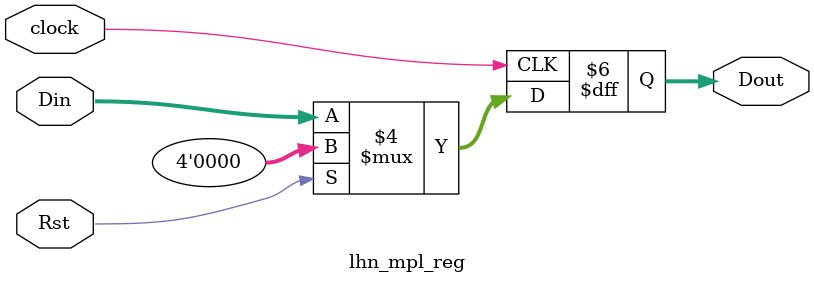
<source format=v>
module lhn_mpl_reg (Din,Rst,clock, Dout);
	input [3:0] Din;
	input Rst, clock;
	output reg [3:0] Dout;
	always @(posedge clock)
		if (Rst==1) 
			begin 
				Dout = 4'b0000;
			end
		else Dout=Din;
		
		
		
	endmodule 
</source>
